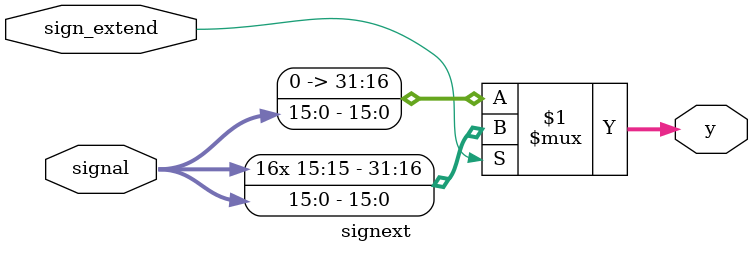
<source format=v>
`timescale 1ns / 1ps


module signext(
    input [15:0] signal,
    input sign_extend,
    output [31:0] y
    );
    assign y = sign_extend ? {{16{signal[15]}},signal} : {16'b0, signal};
endmodule

</source>
